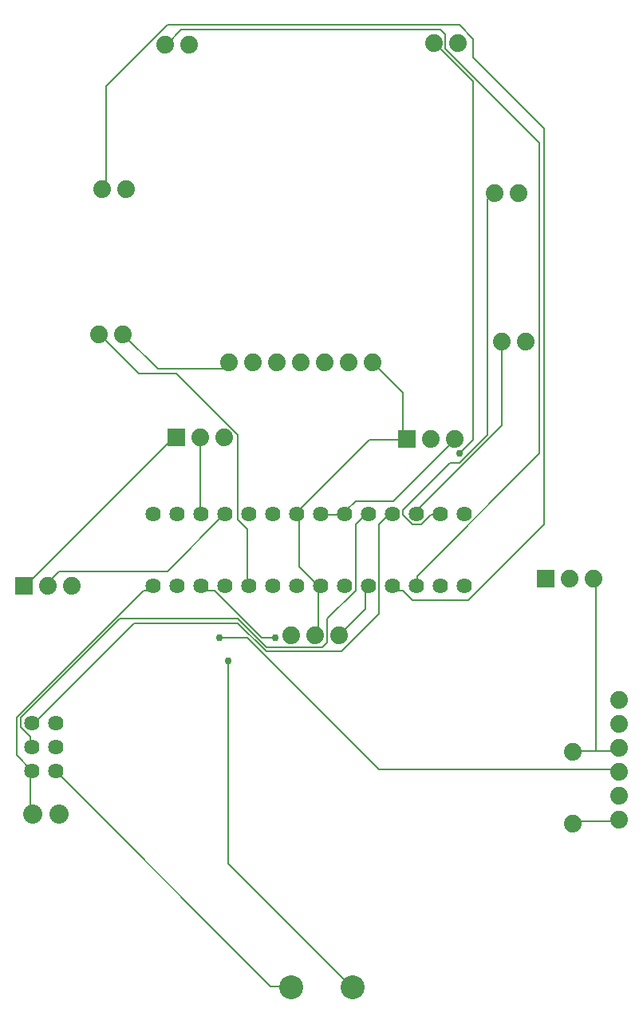
<source format=gbr>
G04 EAGLE Gerber X2 export*
G75*
%MOMM*%
%FSLAX34Y34*%
%LPD*%
%AMOC8*
5,1,8,0,0,1.08239X$1,22.5*%
G01*
%ADD10C,2.032000*%
%ADD11C,1.879600*%
%ADD12C,1.625600*%
%ADD13C,2.540000*%
%ADD14R,1.879600X1.879600*%
%ADD15C,0.152400*%
%ADD16C,0.756400*%


D10*
X114870Y277400D03*
X86930Y277400D03*
D11*
X387200Y467600D03*
X361800Y467600D03*
X412600Y467600D03*
X157950Y786450D03*
X183350Y786450D03*
X160950Y940450D03*
X186350Y940450D03*
X228200Y1094100D03*
X253600Y1094100D03*
X512950Y1095850D03*
X538350Y1095850D03*
X577200Y936600D03*
X602600Y936600D03*
X585450Y779100D03*
X610850Y779100D03*
D12*
X86450Y348950D03*
X111850Y348950D03*
X111850Y374350D03*
X86450Y374350D03*
X86450Y323550D03*
X111850Y323550D03*
D11*
X709700Y271500D03*
X709700Y296900D03*
X709700Y322300D03*
X709700Y347700D03*
X709700Y373100D03*
X709700Y398500D03*
X660600Y343450D03*
X660600Y267250D03*
X448050Y757300D03*
X422650Y757300D03*
X397250Y757300D03*
X371850Y757300D03*
X346450Y757300D03*
X321050Y757300D03*
X295650Y757300D03*
D13*
X426950Y93600D03*
X361950Y93600D03*
D12*
X215200Y519450D03*
X240600Y519450D03*
X266000Y519450D03*
X291400Y519450D03*
X316800Y519450D03*
X342200Y519450D03*
X367600Y519450D03*
X393000Y519450D03*
X418400Y519450D03*
X443800Y519450D03*
X469200Y519450D03*
X494600Y519450D03*
X520000Y519450D03*
X545400Y519450D03*
X545400Y595650D03*
X520000Y595650D03*
X494600Y595650D03*
X469200Y595650D03*
X443800Y595650D03*
X418400Y595650D03*
X393000Y595650D03*
X367600Y595650D03*
X342200Y595650D03*
X316800Y595650D03*
X291400Y595650D03*
X266000Y595650D03*
X240600Y595650D03*
X215200Y595650D03*
D14*
X631550Y527100D03*
D11*
X656950Y527100D03*
X682350Y527100D03*
D14*
X484450Y675850D03*
D11*
X509850Y675850D03*
X535250Y675850D03*
D14*
X239350Y677600D03*
D11*
X264750Y677600D03*
X290150Y677600D03*
D14*
X78250Y520100D03*
D11*
X103650Y520100D03*
X129050Y520100D03*
D15*
X480000Y680000D02*
X480000Y725000D01*
X450000Y755000D01*
X480000Y680000D02*
X484450Y675850D01*
X450000Y755000D02*
X448050Y757300D01*
X390000Y515000D02*
X390000Y470000D01*
X390000Y515000D02*
X393000Y519450D01*
X390000Y470000D02*
X387200Y467600D01*
X370000Y540000D02*
X370000Y595000D01*
X370000Y540000D02*
X390000Y520000D01*
X370000Y595000D02*
X367600Y595650D01*
X390000Y520000D02*
X393000Y519450D01*
X445000Y675000D02*
X480000Y675000D01*
X445000Y675000D02*
X370000Y600000D01*
X480000Y675000D02*
X484450Y675850D01*
X370000Y600000D02*
X367600Y595650D01*
X235000Y675000D02*
X80000Y520000D01*
X235000Y675000D02*
X239350Y677600D01*
X80000Y520000D02*
X78250Y520100D01*
X340000Y95000D02*
X360000Y95000D01*
X340000Y95000D02*
X115000Y320000D01*
X360000Y95000D02*
X361950Y93600D01*
X115000Y320000D02*
X111850Y323550D01*
X685000Y345000D02*
X705000Y345000D01*
X685000Y345000D02*
X665000Y345000D01*
X660600Y343450D01*
X705000Y345000D02*
X709700Y347700D01*
X685000Y345000D02*
X685000Y525000D01*
X682350Y527100D01*
X415000Y595000D02*
X395000Y595000D01*
X393000Y595650D01*
X415000Y595000D02*
X418400Y595650D01*
X470000Y610000D02*
X535000Y675000D01*
X470000Y610000D02*
X430000Y610000D01*
X420000Y600000D01*
X535000Y675000D02*
X535250Y675850D01*
X420000Y600000D02*
X418400Y595650D01*
X265000Y600000D02*
X265000Y675000D01*
X265000Y600000D02*
X266000Y595650D01*
X265000Y675000D02*
X264750Y677600D01*
X290000Y595000D02*
X230000Y535000D01*
X115000Y535000D01*
X105000Y525000D01*
X290000Y595000D02*
X291400Y595650D01*
X105000Y525000D02*
X103650Y520100D01*
X270000Y515000D02*
X280000Y515000D01*
X330000Y465000D01*
X345000Y465000D01*
X270000Y515000D02*
X266000Y519450D01*
D16*
X345000Y465000D03*
D15*
X315000Y465000D02*
X285000Y465000D01*
X315000Y465000D02*
X455000Y325000D01*
X705000Y325000D01*
X709700Y322300D01*
D16*
X285000Y465000D03*
D15*
X665000Y270000D02*
X705000Y270000D01*
X665000Y270000D02*
X660600Y267250D01*
X705000Y270000D02*
X709700Y271500D01*
X85000Y280000D02*
X85000Y320000D01*
X86450Y323550D01*
X85000Y280000D02*
X86930Y277400D01*
X205000Y515000D02*
X215000Y515000D01*
X205000Y515000D02*
X70000Y380000D01*
X70000Y340000D01*
X86450Y323550D01*
X215000Y515000D02*
X215200Y519450D01*
X315000Y520000D02*
X315000Y580000D01*
X305000Y590000D01*
X305000Y680000D01*
X240000Y745000D01*
X200000Y745000D01*
X160000Y785000D01*
X315000Y520000D02*
X316800Y519450D01*
X160000Y785000D02*
X157950Y786450D01*
X470000Y515000D02*
X480000Y515000D01*
X490000Y505000D01*
X550000Y505000D01*
X630000Y585000D01*
X630000Y1005000D01*
X555000Y1080000D01*
X555000Y1100000D01*
X540000Y1115000D01*
X230000Y1115000D01*
X165000Y1050000D01*
X165000Y945000D01*
X469200Y519450D02*
X470000Y515000D01*
X160950Y940450D02*
X165000Y945000D01*
X495000Y530000D02*
X495000Y520000D01*
X495000Y530000D02*
X625000Y660000D01*
X625000Y990000D01*
X525000Y1090000D01*
X525000Y1105000D01*
X520000Y1110000D01*
X245000Y1110000D01*
X230000Y1095000D01*
X495000Y520000D02*
X494600Y519450D01*
X228200Y1094100D02*
X230000Y1095000D01*
X555000Y675000D02*
X540000Y660000D01*
X555000Y675000D02*
X555000Y1055000D01*
X515000Y1095000D01*
X512950Y1095850D01*
D16*
X540000Y660000D03*
D15*
X520000Y595000D02*
X510000Y595000D01*
X500000Y585000D01*
X490000Y585000D01*
X480000Y595000D01*
X480000Y600000D01*
X530000Y650000D01*
X540000Y650000D01*
X570000Y680000D01*
X570000Y930000D01*
X575000Y935000D01*
X520000Y595650D02*
X520000Y595000D01*
X575000Y935000D02*
X577200Y936600D01*
X295000Y440000D02*
X295000Y225000D01*
X425000Y95000D01*
X426950Y93600D01*
D16*
X295000Y440000D03*
D15*
X195000Y480000D02*
X90000Y375000D01*
X195000Y480000D02*
X305000Y480000D01*
X335000Y450000D01*
X415000Y450000D01*
X455000Y490000D01*
X455000Y585000D01*
X465000Y595000D01*
X90000Y375000D02*
X86450Y374350D01*
X465000Y595000D02*
X469200Y595650D01*
X585000Y690000D02*
X585000Y775000D01*
X585000Y690000D02*
X495000Y600000D01*
X585000Y775000D02*
X585450Y779100D01*
X495000Y600000D02*
X494600Y595650D01*
X85000Y360000D02*
X85000Y350000D01*
X85000Y360000D02*
X75000Y370000D01*
X75000Y380000D01*
X180000Y485000D01*
X305000Y485000D01*
X335000Y455000D01*
X395000Y455000D01*
X400000Y460000D01*
X400000Y485000D01*
X430000Y515000D01*
X430000Y585000D01*
X440000Y595000D01*
X86450Y348950D02*
X85000Y350000D01*
X440000Y595000D02*
X443800Y595650D01*
X440000Y515000D02*
X440000Y495000D01*
X412600Y467600D01*
X440000Y515000D02*
X443800Y519450D01*
X220000Y750000D02*
X185000Y785000D01*
X220000Y750000D02*
X290000Y750000D01*
X295000Y755000D01*
X185000Y785000D02*
X183350Y786450D01*
X295000Y755000D02*
X295650Y757300D01*
M02*

</source>
